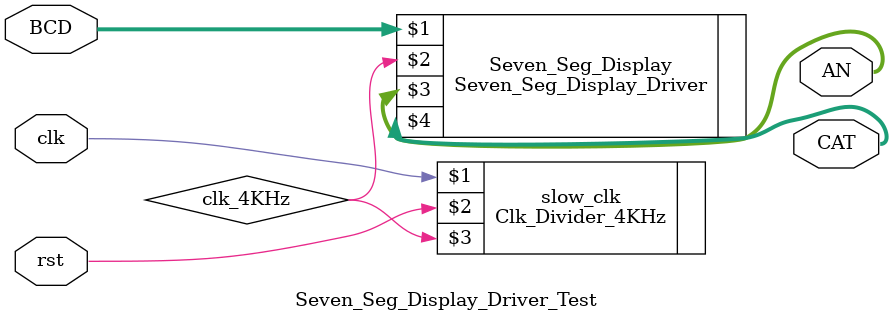
<source format=v>
`timescale 1ns / 1ps


module Seven_Seg_Display_Driver_Test(
    input [15:0] BCD,
    input clk,
    input rst,
    output [3:0] AN,
    output [6:0] CAT
    );
    
    // Instantiate wires
    wire clk_4KHz;
    
    // Instantiate relevant modules
    Seven_Seg_Display_Driver Seven_Seg_Display (BCD, clk_4KHz, AN, CAT);
    Clk_Divider_4KHz slow_clk (clk, rst, clk_4KHz);
    
endmodule

</source>
